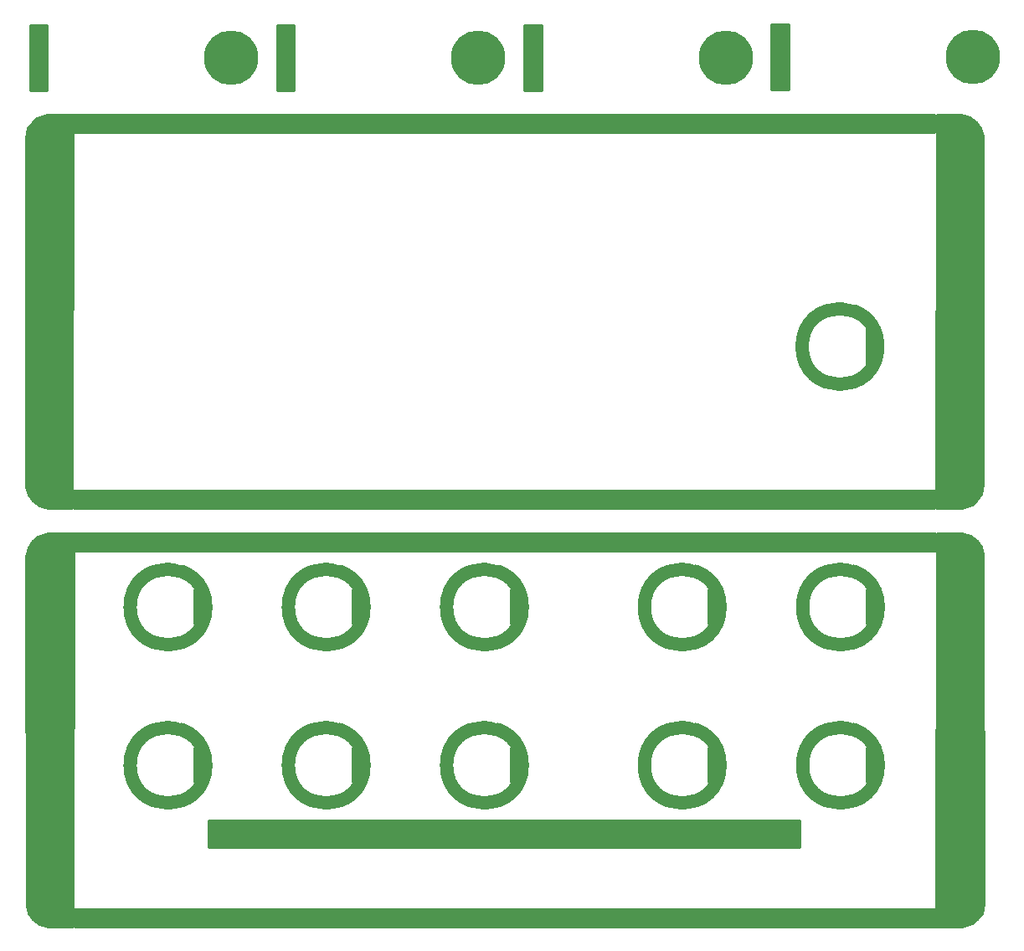
<source format=gts>
%MOIN*%
%OFA0B0*%
%FSLAX46Y46*%
%IPPOS*%
%LPD*%
%ADD10C,0.005905511811023622*%
%ADD11C,0.21653543307086615*%
%ADD12C,0.01*%
%ADD23C,0.005905511811023622*%
%ADD24C,0.21653543307086615*%
%ADD25C,0.01*%
%ADD36C,0.005905511811023622*%
%ADD37C,0.027559055118110236*%
%ADD38C,0.053149606299212608*%
%ADD39C,0.01*%
%ADD50C,0.005905511811023622*%
%ADD51C,0.027559055118110236*%
%ADD52C,0.053149606299212608*%
%ADD53C,0.01*%
%ADD64C,0.005905511811023622*%
%ADD65C,0.21653543307086615*%
%ADD66C,0.01*%
%ADD77C,0.005905511811023622*%
%ADD78C,0.21653543307086615*%
%ADD79C,0.01*%
%LPD*%
G01G01G01G01*
D10*
D11*
X-0000314960Y0004496062D02*
X0002807086Y0003492125D03*
D12*
G36*
X0002073740Y0003361299D02*
X0002005000Y0003361299D01*
X0002005000Y0003622952D01*
X0002073740Y0003622952D01*
X0002073740Y0003361299D01*
X0002073740Y0003361299D01*
G37*
X0002073740Y0003361299D02*
X0002005000Y0003361299D01*
X0002005000Y0003622952D01*
X0002073740Y0003622952D01*
X0002073740Y0003361299D01*
G01G01G01G01*
D23*
D24*
X0000669291Y0004500000D02*
X0003791338Y0003496063D03*
D25*
G36*
X0003057992Y0003365236D02*
X0002989251Y0003365236D01*
X0002989251Y0003626889D01*
X0003057992Y0003626889D01*
X0003057992Y0003365236D01*
X0003057992Y0003365236D01*
G37*
X0003057992Y0003365236D02*
X0002989251Y0003365236D01*
X0002989251Y0003626889D01*
X0003057992Y0003626889D01*
X0003057992Y0003365236D01*
G04 next file*
G01G01G01G01G01G01G01G01*
D36*
D37*
X0003378740Y0000738188D02*
X0003378740Y0000612204D01*
D38*
X0003414566Y0000675196D02*
G75*
G03G03G03G03X0003414566Y0000675196I-0000150787D01X0003414566Y0000675196I-0000150787D01X0003414566Y0000675196I-0000150787D01G03G03X0003414566Y0000675196I-0000150787D01G03G03X0003414566Y0000675196I-0000150787D01X0003414566Y0000675196I-0000150787D01X0003414566Y0000675196I-0000150787D01X0003414566Y0000675196I-0000150787D01*
G01G01G01G01G01G01G01G01*
D37*
X0002748818Y0000738188D02*
X0002748818Y0000612204D01*
D38*
X0002784645Y0000675196D02*
G75*
G03G03G03G03X0002784645Y0000675196I-0000150787D01X0002784645Y0000675196I-0000150787D01X0002784645Y0000675196I-0000150787D01G03G03X0002784645Y0000675196I-0000150787D01G03G03X0002784645Y0000675196I-0000150787D01X0002784645Y0000675196I-0000150787D01X0002784645Y0000675196I-0000150787D01X0002784645Y0000675196I-0000150787D01*
G01G01G01G01G01G01G01G01*
D37*
X0003378740Y0001368110D02*
X0003378740Y0001242125D01*
D38*
X0003414566Y0001305118D02*
G75*
G03G03G03G03X0003414566Y0001305118I-0000150787D01X0003414566Y0001305118I-0000150787D01X0003414566Y0001305118I-0000150787D01G03G03X0003414566Y0001305118I-0000150787D01G03G03X0003414566Y0001305118I-0000150787D01X0003414566Y0001305118I-0000150787D01X0003414566Y0001305118I-0000150787D01X0003414566Y0001305118I-0000150787D01*
G01G01G01G01G01G01G01G01*
D37*
X0002748818Y0001368110D02*
X0002748818Y0001242125D01*
D38*
X0002784645Y0001305118D02*
G75*
G03G03G03G03X0002784645Y0001305118I-0000150787D01X0002784645Y0001305118I-0000150787D01X0002784645Y0001305118I-0000150787D01G03G03X0002784645Y0001305118I-0000150787D01G03G03X0002784645Y0001305118I-0000150787D01X0002784645Y0001305118I-0000150787D01X0002784645Y0001305118I-0000150787D01X0002784645Y0001305118I-0000150787D01*
G01G01G01G01G01G01G01G01*
D37*
X0001961417Y0000738188D02*
X0001961417Y0000612204D01*
D38*
X0001997244Y0000675196D02*
G75*
G03G03G03G03X0001997244Y0000675196I-0000150787D01X0001997244Y0000675196I-0000150787D01X0001997244Y0000675196I-0000150787D01G03G03X0001997244Y0000675196I-0000150787D01G03G03X0001997244Y0000675196I-0000150787D01X0001997244Y0000675196I-0000150787D01X0001997244Y0000675196I-0000150787D01X0001997244Y0000675196I-0000150787D01*
G01G01G01G01G01G01G01G01*
D37*
X0001331496Y0000738188D02*
X0001331496Y0000612204D01*
D38*
X0001367322Y0000675196D02*
G75*
G03G03G03G03X0001367322Y0000675196I-0000150787D01X0001367322Y0000675196I-0000150787D01X0001367322Y0000675196I-0000150787D01G03G03X0001367322Y0000675196I-0000150787D01G03G03X0001367322Y0000675196I-0000150787D01X0001367322Y0000675196I-0000150787D01X0001367322Y0000675196I-0000150787D01X0001367322Y0000675196I-0000150787D01*
G01G01G01G01G01G01G01G01*
D37*
X0000701574Y0000738188D02*
X0000701574Y0000612204D01*
D38*
X0000737400Y0000675196D02*
G75*
G03G03G03G03X0000737400Y0000675196I-0000150787D01X0000737400Y0000675196I-0000150787D01X0000737400Y0000675196I-0000150787D01G03G03X0000737400Y0000675196I-0000150787D01G03G03X0000737400Y0000675196I-0000150787D01X0000737400Y0000675196I-0000150787D01X0000737400Y0000675196I-0000150787D01X0000737400Y0000675196I-0000150787D01*
G01G01G01G01G01G01G01G01*
D37*
X0001961417Y0001368110D02*
X0001961417Y0001242125D01*
D38*
X0001997244Y0001305118D02*
G75*
G03G03G03G03X0001997244Y0001305118I-0000150787D01X0001997244Y0001305118I-0000150787D01X0001997244Y0001305118I-0000150787D01G03G03X0001997244Y0001305118I-0000150787D01G03G03X0001997244Y0001305118I-0000150787D01X0001997244Y0001305118I-0000150787D01X0001997244Y0001305118I-0000150787D01X0001997244Y0001305118I-0000150787D01*
G01G01G01G01G01G01G01G01*
D37*
X0001331496Y0001368110D02*
X0001331496Y0001242125D01*
D38*
X0001367322Y0001305118D02*
G75*
G03G03G03G03X0001367322Y0001305118I-0000150787D01X0001367322Y0001305118I-0000150787D01X0001367322Y0001305118I-0000150787D01G03G03X0001367322Y0001305118I-0000150787D01G03G03X0001367322Y0001305118I-0000150787D01X0001367322Y0001305118I-0000150787D01X0001367322Y0001305118I-0000150787D01X0001367322Y0001305118I-0000150787D01*
G01G01G01G01G01G01G01G01*
D37*
X0000701574Y0001368110D02*
X0000701574Y0001242125D01*
D38*
X0000737400Y0001305118D02*
G75*
G03G03G03G03X0000737400Y0001305118I-0000150787D01X0000737400Y0001305118I-0000150787D01X0000737400Y0001305118I-0000150787D01G03G03X0000737400Y0001305118I-0000150787D01G03G03X0000737400Y0001305118I-0000150787D01X0000737400Y0001305118I-0000150787D01X0000737400Y0001305118I-0000150787D01X0000737400Y0001305118I-0000150787D01*
G01G01G01G01G01G01G01G01*
D39*
G36*
X0003640906Y0001528823D02*
X0000213898Y0001528823D01*
X0000213898Y0001597563D01*
X0003640906Y0001597563D01*
X0003640906Y0001528823D01*
X0003640906Y0001528823D01*
G37*
X0003640906Y0001528823D02*
X0000213898Y0001528823D01*
X0000213898Y0001597563D01*
X0003640906Y0001597563D01*
X0003640906Y0001528823D01*
G36*
X0000213898Y0000032759D02*
X0003640906Y0000032759D01*
X0003640906Y0000101500D01*
X0000213898Y0000101500D01*
X0000213898Y0000032759D01*
X0000213898Y0000032759D01*
G37*
X0000213898Y0000032759D02*
X0003640906Y0000032759D01*
X0003640906Y0000101500D01*
X0000213898Y0000101500D01*
X0000213898Y0000032759D01*
G36*
X0000748577Y0000347720D02*
X0003102751Y0000347720D01*
X0003102751Y0000455831D01*
X0000748577Y0000455831D01*
X0000748577Y0000347720D01*
X0000748577Y0000347720D01*
G37*
X0000748577Y0000347720D02*
X0003102751Y0000347720D01*
X0003102751Y0000455831D01*
X0000748577Y0000455831D01*
X0000748577Y0000347720D01*
G36*
X0000207609Y0000032557D02*
X0000110882Y0000032557D01*
X0000075109Y0000041973D01*
X0000048881Y0000062580D01*
X0000032138Y0000084904D01*
X0000024009Y0000115235D01*
X0000022042Y0001505767D01*
X0000030253Y0001543203D01*
X0000048940Y0001569363D01*
X0000067387Y0001584121D01*
X0000107153Y0001597376D01*
X0000211522Y0001599240D01*
X0000207609Y0000032557D01*
X0000207609Y0000032557D01*
G37*
X0000207609Y0000032557D02*
X0000110882Y0000032557D01*
X0000075109Y0000041973D01*
X0000048881Y0000062580D01*
X0000032138Y0000084904D01*
X0000024009Y0000115235D01*
X0000022042Y0001505767D01*
X0000030253Y0001543203D01*
X0000048940Y0001569363D01*
X0000067387Y0001584121D01*
X0000107153Y0001597376D01*
X0000211522Y0001599240D01*
X0000207609Y0000032557D01*
G36*
X0003781451Y0001587947D02*
X0003807679Y0001567340D01*
X0003824422Y0001545016D01*
X0003832551Y0001514685D01*
X0003834517Y0000124153D01*
X0003826305Y0000086717D01*
X0003807619Y0000060557D01*
X0003789173Y0000045800D01*
X0003749406Y0000032543D01*
X0003645038Y0000030680D01*
X0003648949Y0001597362D01*
X0003745677Y0001597362D01*
X0003781451Y0001587947D01*
X0003781451Y0001587947D01*
G37*
X0003781451Y0001587947D02*
X0003807679Y0001567340D01*
X0003824422Y0001545016D01*
X0003832551Y0001514685D01*
X0003834517Y0000124153D01*
X0003826305Y0000086717D01*
X0003807619Y0000060557D01*
X0003789173Y0000045800D01*
X0003749406Y0000032543D01*
X0003645038Y0000030680D01*
X0003648949Y0001597362D01*
X0003745677Y0001597362D01*
X0003781451Y0001587947D01*
G01G01G01G01G01G01G01G01*
D50*
D51*
X0003376771Y0002405511D02*
X0003376771Y0002279527D01*
D52*
X0003412598Y0002342519D02*
G75*
G03G03G03G03X0003412598Y0002342519I-0000150787D01X0003412598Y0002342519I-0000150787D01X0003412598Y0002342519I-0000150787D01G03G03X0003412598Y0002342519I-0000150787D01G03G03X0003412598Y0002342519I-0000150787D01X0003412598Y0002342519I-0000150787D01X0003412598Y0002342519I-0000150787D01X0003412598Y0002342519I-0000150787D01*
G01G01G01G01G01G01G01G01*
D53*
G36*
X0003638938Y0003196146D02*
X0000211929Y0003196146D01*
X0000211929Y0003264886D01*
X0003638938Y0003264886D01*
X0003638938Y0003196146D01*
X0003638938Y0003196146D01*
G37*
X0003638938Y0003196146D02*
X0000211929Y0003196146D01*
X0000211929Y0003264886D01*
X0003638938Y0003264886D01*
X0003638938Y0003196146D01*
G36*
X0003638938Y0001700082D02*
X0000211929Y0001700082D01*
X0000211929Y0001768823D01*
X0003638938Y0001768823D01*
X0003638938Y0001700082D01*
X0003638938Y0001700082D01*
G37*
X0003638938Y0001700082D02*
X0000211929Y0001700082D01*
X0000211929Y0001768823D01*
X0003638938Y0001768823D01*
X0003638938Y0001700082D01*
G36*
X0003779483Y0003255269D02*
X0003805710Y0003234663D01*
X0003822453Y0003212339D01*
X0003830582Y0003182008D01*
X0003832548Y0001791476D01*
X0003824337Y0001754040D01*
X0003805651Y0001727880D01*
X0003787204Y0001713122D01*
X0003747438Y0001699867D01*
X0003643069Y0001698002D01*
X0003646981Y0003264684D01*
X0003743709Y0003264684D01*
X0003779483Y0003255269D01*
X0003779483Y0003255269D01*
G37*
X0003779483Y0003255269D02*
X0003805710Y0003234663D01*
X0003822453Y0003212339D01*
X0003830582Y0003182008D01*
X0003832548Y0001791476D01*
X0003824337Y0001754040D01*
X0003805651Y0001727880D01*
X0003787204Y0001713122D01*
X0003747438Y0001699867D01*
X0003643069Y0001698002D01*
X0003646981Y0003264684D01*
X0003743709Y0003264684D01*
X0003779483Y0003255269D01*
G36*
X0000205642Y0001699882D02*
X0000108914Y0001699882D01*
X0000073140Y0001709296D01*
X0000046912Y0001729903D01*
X0000030170Y0001752227D01*
X0000022041Y0001782558D01*
X0000020074Y0003173090D01*
X0000028286Y0003210526D01*
X0000046972Y0003236686D01*
X0000065419Y0003251444D01*
X0000105185Y0003264699D01*
X0000209554Y0003266563D01*
X0000205642Y0001699882D01*
X0000205642Y0001699882D01*
G37*
X0000205642Y0001699882D02*
X0000108914Y0001699882D01*
X0000073140Y0001709296D01*
X0000046912Y0001729903D01*
X0000030170Y0001752227D01*
X0000022041Y0001782558D01*
X0000020074Y0003173090D01*
X0000028286Y0003210526D01*
X0000046972Y0003236686D01*
X0000065419Y0003251444D01*
X0000105185Y0003264699D01*
X0000209554Y0003266563D01*
X0000205642Y0001699882D01*
G04 next file*
G01G01G01G01G01G01G01G01*
D64*
D65*
X-0002283464Y0004496062D02*
X0000838582Y0003492125D03*
D66*
G36*
X0000105236Y0003361299D02*
X0000036496Y0003361299D01*
X0000036496Y0003622952D01*
X0000105236Y0003622952D01*
X0000105236Y0003361299D01*
X0000105236Y0003361299D01*
G37*
X0000105236Y0003361299D02*
X0000036496Y0003361299D01*
X0000036496Y0003622952D01*
X0000105236Y0003622952D01*
X0000105236Y0003361299D01*
G04 next file*
G04 #@! TF.FileFunction,Soldermask,Top*
G04 Gerber Fmt 4.6, Leading zero omitted, Abs format (unit mm)*
G04 Created by KiCad (PCBNEW no-bzr-kicad_new3d-viewer) date 07/10/16 17:41:36*
G01G01G01G01G01G01G01G01*
G04 APERTURE LIST*
G04 APERTURE END LIST*
D77*
D78*
X-0001299212Y0004496062D02*
X0001822834Y0003492125D03*
D79*
G36*
X0001089488Y0003361299D02*
X0001020748Y0003361299D01*
X0001020748Y0003622952D01*
X0001089488Y0003622952D01*
X0001089488Y0003361299D01*
X0001089488Y0003361299D01*
G37*
X0001089488Y0003361299D02*
X0001020748Y0003361299D01*
X0001020748Y0003622952D01*
X0001089488Y0003622952D01*
X0001089488Y0003361299D01*
M02*
</source>
